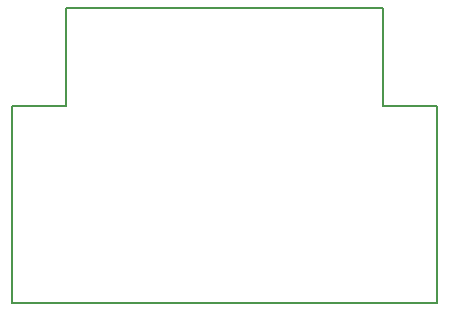
<source format=gko>
G04*
G04 #@! TF.GenerationSoftware,Altium Limited,Altium Designer,19.1.5 (86)*
G04*
G04 Layer_Color=16711935*
%FSLAX25Y25*%
%MOIN*%
G70*
G01*
G75*
%ADD10C,0.00787*%
D10*
X18110Y65748D02*
Y70866D01*
X0Y65748D02*
X18110D01*
X123622D02*
Y70866D01*
Y65748D02*
X141732D01*
X123622Y70866D02*
Y98425D01*
X18110D02*
X123622D01*
X18110Y70866D02*
Y98425D01*
X141732Y0D02*
Y65748D01*
X139764Y0D02*
X141732D01*
X0D02*
Y65748D01*
Y0D02*
X1969D01*
X139764D01*
M02*

</source>
